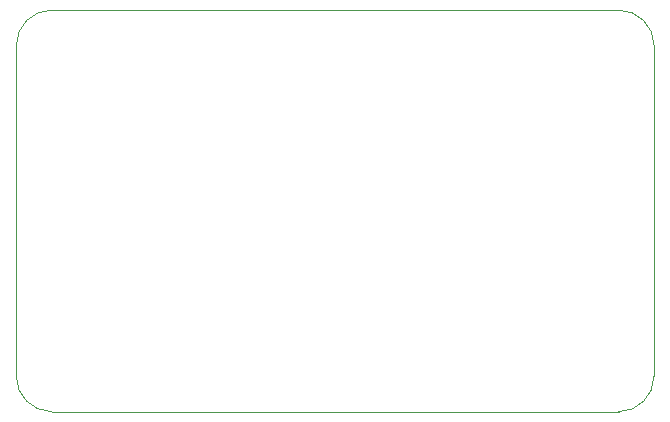
<source format=gm1>
%TF.GenerationSoftware,KiCad,Pcbnew,9.0.2*%
%TF.CreationDate,2025-06-05T12:53:21-05:00*%
%TF.ProjectId,testing2,74657374-696e-4673-922e-6b696361645f,rev?*%
%TF.SameCoordinates,Original*%
%TF.FileFunction,Profile,NP*%
%FSLAX46Y46*%
G04 Gerber Fmt 4.6, Leading zero omitted, Abs format (unit mm)*
G04 Created by KiCad (PCBNEW 9.0.2) date 2025-06-05 12:53:21*
%MOMM*%
%LPD*%
G01*
G04 APERTURE LIST*
%TA.AperFunction,Profile*%
%ADD10C,0.050000*%
%TD*%
G04 APERTURE END LIST*
D10*
X89000000Y-139000000D02*
G75*
G02*
X86000000Y-136000000I0J3000000D01*
G01*
X89000000Y-105000000D02*
X137000000Y-105000000D01*
X137000000Y-105000000D02*
G75*
G02*
X140000000Y-108000000I0J-3000000D01*
G01*
X86000000Y-108000000D02*
G75*
G02*
X89000000Y-105000000I3000000J0D01*
G01*
X86000000Y-136000000D02*
X86000000Y-108000000D01*
X140000000Y-108000000D02*
X140000000Y-136000000D01*
X137000000Y-139000000D02*
X89000000Y-139000000D01*
X140000000Y-136000000D02*
G75*
G02*
X137000000Y-139000000I-3000000J0D01*
G01*
M02*

</source>
